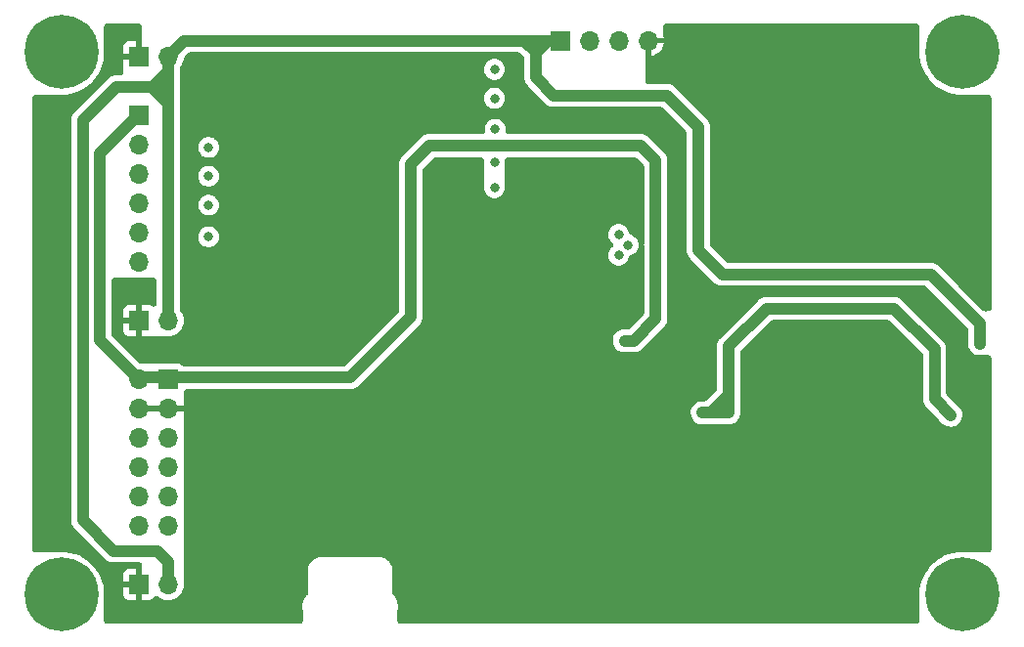
<source format=gbr>
%TF.GenerationSoftware,KiCad,Pcbnew,7.0.10*%
%TF.CreationDate,2024-02-02T00:24:17+07:00*%
%TF.ProjectId,PICO_ADC_Test,5049434f-5f41-4444-935f-546573742e6b,R0.1*%
%TF.SameCoordinates,PX72ade90PY75c75e0*%
%TF.FileFunction,Copper,L3,Inr*%
%TF.FilePolarity,Positive*%
%FSLAX46Y46*%
G04 Gerber Fmt 4.6, Leading zero omitted, Abs format (unit mm)*
G04 Created by KiCad (PCBNEW 7.0.10) date 2024-02-02 00:24:17*
%MOMM*%
%LPD*%
G01*
G04 APERTURE LIST*
%TA.AperFunction,ComponentPad*%
%ADD10R,1.700000X1.700000*%
%TD*%
%TA.AperFunction,ComponentPad*%
%ADD11O,1.700000X1.700000*%
%TD*%
%TA.AperFunction,ComponentPad*%
%ADD12C,0.800000*%
%TD*%
%TA.AperFunction,ComponentPad*%
%ADD13C,6.400000*%
%TD*%
%TA.AperFunction,ViaPad*%
%ADD14C,0.800000*%
%TD*%
%TA.AperFunction,Conductor*%
%ADD15C,1.000000*%
%TD*%
%TA.AperFunction,Conductor*%
%ADD16C,0.500000*%
%TD*%
G04 APERTURE END LIST*
D10*
%TO.N,+5V*%
%TO.C,J4*%
X46700000Y51500000D03*
D11*
%TO.N,SWCLK*%
X49240000Y51500000D03*
%TO.N,SWDIO*%
X51780000Y51500000D03*
%TO.N,GND*%
X54320000Y51500000D03*
%TD*%
D10*
%TO.N,GND*%
%TO.C,J2*%
X10210000Y27250000D03*
D11*
%TO.N,+5V*%
X12750000Y27250000D03*
%TD*%
D12*
%TO.N,N/C*%
%TO.C,REF\u002A\u002A*%
X79100000Y3500000D03*
X79802944Y5197056D03*
X79802944Y1802944D03*
X81500000Y5900000D03*
D13*
X81500000Y3500000D03*
D12*
X81500000Y1100000D03*
X83197056Y5197056D03*
X83197056Y1802944D03*
X83900000Y3500000D03*
%TD*%
D10*
%TO.N,+3.3V*%
%TO.C,J3*%
X10210000Y45030000D03*
D11*
%TO.N,GND*%
X10210000Y42490000D03*
%TO.N,GPIO17*%
X10210000Y39950000D03*
%TO.N,GPIO16*%
X10210000Y37410000D03*
%TO.N,GPIO12*%
X10210000Y34870000D03*
%TO.N,GPIO11*%
X10210000Y32330000D03*
%TD*%
D12*
%TO.N,N/C*%
%TO.C,REF\u002A\u002A*%
X1100000Y3500000D03*
X1802944Y5197056D03*
X1802944Y1802944D03*
X3500000Y5900000D03*
D13*
X3500000Y3500000D03*
D12*
X3500000Y1100000D03*
X5197056Y5197056D03*
X5197056Y1802944D03*
X5900000Y3500000D03*
%TD*%
%TO.N,N/C*%
%TO.C,REF\u002A\u002A*%
X1100000Y50500000D03*
X1802944Y52197056D03*
X1802944Y48802944D03*
X3500000Y52900000D03*
D13*
X3500000Y50500000D03*
D12*
X3500000Y48100000D03*
X5197056Y52197056D03*
X5197056Y48802944D03*
X5900000Y50500000D03*
%TD*%
D10*
%TO.N,GND*%
%TO.C,J5*%
X10210000Y50120000D03*
D11*
%TO.N,+5V*%
X12750000Y50120000D03*
%TD*%
D10*
%TO.N,GND*%
%TO.C,J7*%
X10210000Y4390000D03*
D11*
%TO.N,+5V*%
X12750000Y4390000D03*
%TD*%
D12*
%TO.N,N/C*%
%TO.C,REF\u002A\u002A*%
X79100000Y50500000D03*
X79802944Y52197056D03*
X79802944Y48802944D03*
X81500000Y52900000D03*
D13*
X81500000Y50500000D03*
D12*
X81500000Y48100000D03*
X83197056Y52197056D03*
X83197056Y48802944D03*
X83900000Y50500000D03*
%TD*%
D10*
%TO.N,+3.3V*%
%TO.C,J6*%
X12750000Y22170000D03*
D11*
X10210000Y22170000D03*
%TO.N,GND*%
X12750000Y19630000D03*
X10210000Y19630000D03*
%TO.N,GPIO21*%
X12750000Y17090000D03*
%TO.N,GPIO28*%
X10210000Y17090000D03*
%TO.N,GPIO20*%
X12750000Y14550000D03*
%TO.N,GPIO27*%
X10210000Y14550000D03*
%TO.N,GPIO19*%
X12750000Y12010000D03*
%TO.N,GPIO26*%
X10210000Y12010000D03*
%TO.N,GPIO18*%
X12750000Y9470000D03*
%TO.N,GPIO22*%
X10210000Y9470000D03*
%TD*%
D14*
%TO.N,GND*%
X59500000Y13000000D03*
X1500000Y10690000D03*
X83500000Y38630000D03*
X63500000Y42250000D03*
X56500000Y32500000D03*
X57250000Y16000000D03*
X83500000Y28470000D03*
X83500000Y41170000D03*
X21750000Y50000000D03*
X74500000Y26750000D03*
X52750000Y27500000D03*
X70040000Y1500000D03*
X59250000Y16000000D03*
X26000000Y28500000D03*
X1500000Y38630000D03*
X66000000Y7000000D03*
X30750000Y10500000D03*
X60250000Y52500000D03*
X63750000Y44250000D03*
X77750000Y48250000D03*
X49500000Y17250000D03*
X72580000Y1500000D03*
X30750000Y33500000D03*
X61250000Y17750000D03*
X45250000Y32250000D03*
X42750000Y34750000D03*
X74250000Y37500000D03*
X64000000Y52500000D03*
X55750000Y3000000D03*
X66750000Y29750000D03*
X83500000Y31010000D03*
X1500000Y33550000D03*
X1500000Y23390000D03*
X64000000Y50750000D03*
X83500000Y43710000D03*
X21750000Y1500000D03*
X74250000Y40500000D03*
X51250000Y9500000D03*
X71500000Y45750000D03*
X35250000Y46250000D03*
X83500000Y17500000D03*
X49500000Y1500000D03*
X73000000Y16750000D03*
X26250000Y20750000D03*
X52750000Y5750000D03*
X58150000Y6000000D03*
X69500000Y11750000D03*
X21750000Y20750000D03*
X35000000Y1500000D03*
X43000000Y37250000D03*
X66000000Y9250000D03*
X1500000Y46250000D03*
X83500000Y33550000D03*
X30750000Y46250000D03*
X51250000Y15512500D03*
X78250000Y18750000D03*
X77250000Y1500000D03*
X78000000Y7750000D03*
X76750000Y46500000D03*
X56750000Y52500000D03*
X30750000Y37500000D03*
X1500000Y31010000D03*
X63750000Y29750000D03*
X57250000Y7912500D03*
X54500000Y48500000D03*
X1500000Y13230000D03*
X58150000Y3750000D03*
X61500000Y11250000D03*
X81000000Y25250000D03*
X51000000Y3000000D03*
X1500000Y25930000D03*
X26000000Y23750000D03*
X50500000Y45250000D03*
X21750000Y38670000D03*
X1500000Y8150000D03*
X50250000Y5750000D03*
X71250000Y29750000D03*
X1500000Y20850000D03*
X75750000Y18750000D03*
X21750000Y47000000D03*
X68250000Y29750000D03*
X75120000Y1500000D03*
X56500000Y34000000D03*
X21750000Y33590000D03*
X66000000Y2500000D03*
X55300000Y17700000D03*
X21750000Y23750000D03*
X83500000Y36090000D03*
X61500000Y13000000D03*
X63750000Y46250000D03*
X57250000Y13000000D03*
X66250000Y42250000D03*
X77000000Y33500000D03*
X26250000Y10500000D03*
X48750000Y25250000D03*
X52750000Y30000000D03*
X30750000Y40750000D03*
X55500000Y5750000D03*
X83500000Y46250000D03*
X30750000Y28500000D03*
X35000000Y5510000D03*
X26000000Y40500000D03*
X76500000Y25000000D03*
X44950000Y37250000D03*
X51250000Y12512500D03*
X83500000Y14960000D03*
X1500000Y15770000D03*
X52750000Y1500000D03*
X64000000Y48750000D03*
X1500000Y36090000D03*
X50500000Y25250000D03*
X79500000Y27250000D03*
X65500000Y11750000D03*
X35000000Y15670000D03*
X73000000Y18750000D03*
X21750000Y5510000D03*
X69750000Y29750000D03*
X71500000Y42000000D03*
X60250000Y43250000D03*
X47000000Y29850000D03*
X47000000Y18250000D03*
X35000000Y10590000D03*
X21750000Y10590000D03*
X54750000Y45250000D03*
X83500000Y7750000D03*
X83500000Y12420000D03*
X52750000Y8250000D03*
X80250000Y46500000D03*
X56500000Y42500000D03*
X30750000Y15750000D03*
X21750000Y43750000D03*
X83500000Y9880000D03*
X21750000Y15670000D03*
X59750000Y1500000D03*
X55750000Y1500000D03*
X80750000Y7750000D03*
X77250000Y52500000D03*
X35000000Y20750000D03*
X30750000Y20750000D03*
X71750000Y26750000D03*
X47000000Y25250000D03*
X56500000Y38500000D03*
X1500000Y28470000D03*
X72000000Y13750000D03*
X66000000Y4750000D03*
X63000000Y17750000D03*
X1500000Y18310000D03*
X52750000Y9500000D03*
X57250000Y17750000D03*
X77000000Y35500000D03*
X73250000Y46500000D03*
X21750000Y28510000D03*
X1500000Y41170000D03*
X61250000Y16000000D03*
X67500000Y1500000D03*
X59250000Y17750000D03*
X1500000Y43710000D03*
X26250000Y15750000D03*
X51250000Y8250000D03*
X65250000Y29750000D03*
X61500000Y28500000D03*
X28500000Y48550000D03*
X56500000Y35500000D03*
X35000000Y23750000D03*
X26000000Y33500000D03*
X43750000Y39400000D03*
%TO.N,+3.3V*%
X54112500Y41937500D03*
X52250000Y25500000D03*
%TO.N,5VVGA*%
X59000000Y19250000D03*
X61250000Y19250000D03*
X80500000Y19050000D03*
%TO.N,+5V*%
X83000000Y25250000D03*
X80500000Y29500000D03*
%TO.N,GPIO21*%
X16250000Y34500000D03*
%TO.N,GPIO18*%
X16250000Y42250000D03*
%TO.N,GPIO19*%
X16250000Y39750000D03*
%TO.N,GPIO11*%
X41000000Y38750000D03*
%TO.N,GPIO12*%
X41000000Y41000000D03*
%TO.N,GPIO20*%
X16250000Y37250000D03*
%TO.N,CS*%
X41050000Y43800000D03*
X51750000Y34700000D03*
%TO.N,SCLK*%
X52550000Y33800000D03*
X41000000Y46500000D03*
%TO.N,MOSI*%
X51750000Y32900000D03*
X40995000Y49000000D03*
%TD*%
D15*
%TO.N,+3.3V*%
X6850000Y41746296D02*
X6850000Y25530000D01*
X10340000Y22300000D02*
X28500000Y22300000D01*
X54950000Y27400000D02*
X53050000Y25500000D01*
X53650000Y42400000D02*
X54950000Y41100000D01*
X10210000Y45030000D02*
X10133704Y45030000D01*
X6850000Y25530000D02*
X10210000Y22170000D01*
X10210000Y22170000D02*
X10340000Y22300000D01*
X28500000Y22300000D02*
X33750000Y27550000D01*
X53050000Y25500000D02*
X52250000Y25500000D01*
X33750000Y27550000D02*
X33750000Y40800000D01*
X54950000Y41100000D02*
X54950000Y27400000D01*
X35350000Y42400000D02*
X53650000Y42400000D01*
X10133704Y45030000D02*
X6850000Y41746296D01*
X33750000Y40800000D02*
X35350000Y42400000D01*
%TO.N,5VVGA*%
X61250000Y19250000D02*
X59000000Y19250000D01*
X79100000Y24750000D02*
X75550000Y28300000D01*
X61250000Y21700000D02*
X61250000Y19250000D01*
D16*
X61250000Y21500000D02*
X61250000Y21700000D01*
D15*
X64550000Y28300000D02*
X61250000Y25000000D01*
X79100000Y20450000D02*
X79100000Y24750000D01*
X59700000Y19250000D02*
X61250000Y20800000D01*
X80500000Y19050000D02*
X79100000Y20450000D01*
X61250000Y25000000D02*
X61250000Y21700000D01*
X75550000Y28300000D02*
X64550000Y28300000D01*
X61250000Y20800000D02*
X61250000Y21500000D01*
X59000000Y19250000D02*
X59700000Y19250000D01*
%TO.N,+5V*%
X44600000Y51500000D02*
X44600000Y50500000D01*
X12750000Y46850000D02*
X12750000Y47500000D01*
X12750000Y6350000D02*
X11800000Y7300000D01*
X8000000Y7300000D02*
X5350000Y9950000D01*
D16*
X44600000Y51500000D02*
X46700000Y51500000D01*
X46700000Y51500000D02*
X45600000Y51500000D01*
D15*
X44650000Y50500000D02*
X45600000Y51450000D01*
X11400000Y47400000D02*
X12750000Y46050000D01*
X83000000Y25250000D02*
X83000000Y27000000D01*
X44600000Y50500000D02*
X44600000Y48300000D01*
X83000000Y27000000D02*
X80500000Y29500000D01*
D16*
X45300000Y51500000D02*
X45350000Y51500000D01*
D15*
X5350000Y9950000D02*
X5350000Y44600000D01*
X12100000Y47500000D02*
X12750000Y46850000D01*
X12100000Y47500000D02*
X12750000Y47500000D01*
D16*
X45600000Y51500000D02*
X45350000Y51500000D01*
D15*
X78750000Y31250000D02*
X80500000Y29500000D01*
X45600000Y51450000D02*
X45600000Y51500000D01*
X58650000Y44000000D02*
X58650000Y33350000D01*
X12750000Y46850000D02*
X12750000Y46050000D01*
D16*
X46700000Y51500000D02*
X45300000Y51500000D01*
D15*
X14130000Y51500000D02*
X12750000Y50120000D01*
X46700000Y51500000D02*
X43600000Y51500000D01*
X11800000Y7300000D02*
X8000000Y7300000D01*
X44600000Y50500000D02*
X43600000Y51500000D01*
X12750000Y48850000D02*
X11400000Y47500000D01*
D16*
X45350000Y51500000D02*
X44600000Y51500000D01*
D15*
X43600000Y51500000D02*
X14130000Y51500000D01*
X12750000Y27250000D02*
X12750000Y46850000D01*
X44600000Y50500000D02*
X44650000Y50500000D01*
X12750000Y50120000D02*
X12750000Y48200000D01*
X58650000Y33350000D02*
X60750000Y31250000D01*
X60750000Y31250000D02*
X78750000Y31250000D01*
X12750000Y4390000D02*
X12750000Y6350000D01*
X5350000Y44600000D02*
X8250000Y47500000D01*
X46150000Y46750000D02*
X55900000Y46750000D01*
D16*
X44600000Y51500000D02*
X45300000Y51500000D01*
D15*
X12750000Y48200000D02*
X12750000Y47500000D01*
X55900000Y46750000D02*
X58650000Y44000000D01*
X11400000Y47500000D02*
X11400000Y47400000D01*
X44600000Y48300000D02*
X46150000Y46750000D01*
X8250000Y47500000D02*
X12100000Y47500000D01*
%TD*%
%TA.AperFunction,Conductor*%
%TO.N,GND*%
G36*
X10296288Y52981046D02*
G01*
X10377070Y52927070D01*
X10431046Y52846288D01*
X10450000Y52751000D01*
X10450000Y51581139D01*
X10434765Y51504549D01*
X10441046Y51495149D01*
X10450000Y51450135D01*
X10450000Y51250000D01*
X10460000Y51250000D01*
X10460000Y50555502D01*
X10352315Y50604680D01*
X10245763Y50620000D01*
X10174237Y50620000D01*
X10067685Y50604680D01*
X9960000Y50555502D01*
X9960000Y51401861D01*
X9971304Y51458695D01*
X9959999Y51470000D01*
X9312167Y51470000D01*
X9252628Y51463599D01*
X9252621Y51463597D01*
X9117912Y51413354D01*
X9002812Y51327190D01*
X9002810Y51327188D01*
X8916646Y51212088D01*
X8866403Y51077379D01*
X8866401Y51077372D01*
X8860000Y51017833D01*
X8860000Y50370001D01*
X8860001Y50370000D01*
X9776314Y50370000D01*
X9750507Y50329844D01*
X9710000Y50191889D01*
X9710000Y50048111D01*
X9750507Y49910156D01*
X9776314Y49870000D01*
X8860001Y49870000D01*
X8860000Y49869999D01*
X8860000Y49572651D01*
X8850000Y49522378D01*
X8850000Y48749500D01*
X8831046Y48654212D01*
X8777070Y48573430D01*
X8696288Y48519454D01*
X8601000Y48500500D01*
X8265825Y48500500D01*
X8259518Y48500580D01*
X8173639Y48502757D01*
X8173630Y48502756D01*
X8120243Y48493188D01*
X8101512Y48490561D01*
X8047566Y48485075D01*
X8047563Y48485075D01*
X8026091Y48478338D01*
X7995488Y48470827D01*
X7973347Y48466859D01*
X7922982Y48446741D01*
X7905165Y48440398D01*
X7853412Y48424160D01*
X7853408Y48424158D01*
X7833741Y48413242D01*
X7805280Y48399725D01*
X7784383Y48391377D01*
X7739096Y48361532D01*
X7722924Y48351735D01*
X7675501Y48325412D01*
X7675495Y48325408D01*
X7658424Y48310753D01*
X7633269Y48291786D01*
X7614481Y48279403D01*
X7614480Y48279402D01*
X7576113Y48241037D01*
X7562245Y48228185D01*
X7521104Y48192865D01*
X7507338Y48175082D01*
X7486510Y48151433D01*
X4653739Y45318661D01*
X4649225Y45314261D01*
X4586946Y45255059D01*
X4586945Y45255058D01*
X4555961Y45210542D01*
X4544574Y45195440D01*
X4510305Y45153412D01*
X4510299Y45153403D01*
X4499879Y45133456D01*
X4483556Y45106514D01*
X4470707Y45088053D01*
X4470702Y45088044D01*
X4449315Y45038208D01*
X4441203Y45021126D01*
X4416091Y44973052D01*
X4409905Y44951430D01*
X4399336Y44921744D01*
X4390459Y44901057D01*
X4390458Y44901056D01*
X4379541Y44847933D01*
X4375033Y44829563D01*
X4360113Y44777419D01*
X4360111Y44777409D01*
X4358402Y44754972D01*
X4354028Y44723781D01*
X4349500Y44701741D01*
X4349500Y44647510D01*
X4348781Y44628603D01*
X4344663Y44574526D01*
X4344663Y44574525D01*
X4347505Y44552208D01*
X4349500Y44520752D01*
X4349500Y9965866D01*
X4349420Y9959559D01*
X4347242Y9873641D01*
X4347243Y9873637D01*
X4356812Y9820240D01*
X4359438Y9801515D01*
X4364925Y9747566D01*
X4371662Y9726092D01*
X4379173Y9695490D01*
X4383141Y9673350D01*
X4383143Y9673344D01*
X4403257Y9622989D01*
X4409602Y9605168D01*
X4425840Y9553413D01*
X4425845Y9553403D01*
X4436757Y9533743D01*
X4450276Y9505277D01*
X4458619Y9484391D01*
X4458626Y9484377D01*
X4488466Y9439101D01*
X4498266Y9422925D01*
X4524591Y9375498D01*
X4539242Y9358432D01*
X4558221Y9333260D01*
X4570596Y9314483D01*
X4608951Y9276127D01*
X4621810Y9262252D01*
X4657135Y9221104D01*
X4657136Y9221103D01*
X4674917Y9207339D01*
X4698572Y9186507D01*
X7281336Y6603744D01*
X7285701Y6599267D01*
X7305999Y6577914D01*
X7344943Y6536945D01*
X7389455Y6505964D01*
X7404561Y6494575D01*
X7446593Y6460302D01*
X7466533Y6449886D01*
X7493483Y6433559D01*
X7511951Y6420705D01*
X7543460Y6407184D01*
X7561793Y6399316D01*
X7578881Y6391201D01*
X7626951Y6366091D01*
X7648580Y6359903D01*
X7678258Y6349337D01*
X7698942Y6340460D01*
X7752085Y6329539D01*
X7770439Y6325034D01*
X7822582Y6310113D01*
X7845013Y6308406D01*
X7876219Y6304030D01*
X7898259Y6299500D01*
X7952491Y6299500D01*
X7971396Y6298782D01*
X8025476Y6294663D01*
X8046180Y6297300D01*
X8047792Y6297505D01*
X8079248Y6299500D01*
X10251000Y6299500D01*
X10346288Y6280546D01*
X10427070Y6226570D01*
X10481046Y6145788D01*
X10500000Y6050500D01*
X10500000Y5883139D01*
X10481046Y5787851D01*
X10460000Y5756353D01*
X10460000Y4825502D01*
X10352315Y4874680D01*
X10245763Y4890000D01*
X10174237Y4890000D01*
X10067685Y4874680D01*
X9960000Y4825502D01*
X9960000Y5739999D01*
X9959999Y5740000D01*
X9312167Y5740000D01*
X9252628Y5733599D01*
X9252621Y5733597D01*
X9117912Y5683354D01*
X9002812Y5597190D01*
X9002810Y5597188D01*
X8916646Y5482088D01*
X8866403Y5347379D01*
X8866401Y5347372D01*
X8860000Y5287833D01*
X8860000Y4640001D01*
X8860001Y4640000D01*
X9776314Y4640000D01*
X9750507Y4599844D01*
X9710000Y4461889D01*
X9710000Y4318111D01*
X9750507Y4180156D01*
X9776314Y4140000D01*
X8860001Y4140000D01*
X8860000Y4139999D01*
X8860000Y3492168D01*
X8866401Y3432629D01*
X8866403Y3432622D01*
X8916646Y3297913D01*
X9002810Y3182813D01*
X9002812Y3182811D01*
X9117912Y3096647D01*
X9252621Y3046404D01*
X9252628Y3046402D01*
X9312167Y3040001D01*
X9312175Y3040000D01*
X9959999Y3040000D01*
X9960000Y3040001D01*
X9960000Y3954499D01*
X10067685Y3905320D01*
X10174237Y3890000D01*
X10245763Y3890000D01*
X10352315Y3905320D01*
X10460000Y3954499D01*
X10460000Y3040001D01*
X10460001Y3040000D01*
X11107825Y3040000D01*
X11107832Y3040001D01*
X11167371Y3046402D01*
X11167378Y3046404D01*
X11302087Y3096647D01*
X11417187Y3182811D01*
X11417189Y3182813D01*
X11514026Y3312169D01*
X11517313Y3309709D01*
X11557897Y3358286D01*
X11643978Y3403333D01*
X11740745Y3412009D01*
X11833466Y3382993D01*
X11874223Y3355177D01*
X11878593Y3351511D01*
X11878599Y3351505D01*
X12072170Y3215965D01*
X12286337Y3116097D01*
X12514592Y3054937D01*
X12514595Y3054937D01*
X12514598Y3054936D01*
X12749995Y3034341D01*
X12750000Y3034341D01*
X12750005Y3034341D01*
X12985401Y3054936D01*
X12985403Y3054937D01*
X12985408Y3054937D01*
X13213663Y3116097D01*
X13427830Y3215965D01*
X13621401Y3351505D01*
X13788495Y3518599D01*
X13924035Y3712170D01*
X14023903Y3926337D01*
X14085063Y4154592D01*
X14096171Y4281565D01*
X14110764Y4331629D01*
X14106606Y4379159D01*
X14106604Y4379202D01*
X14100948Y4443847D01*
X14100000Y4465550D01*
X14100000Y9394452D01*
X14100948Y9416156D01*
X14105659Y9469998D01*
X14105659Y9470004D01*
X14100948Y9523847D01*
X14100000Y9545550D01*
X14100000Y11856781D01*
X14099366Y11858541D01*
X14097546Y11917268D01*
X14105659Y12009996D01*
X14105659Y12010006D01*
X14091993Y12166205D01*
X14100000Y12239323D01*
X14100000Y14474452D01*
X14100948Y14496156D01*
X14105659Y14549998D01*
X14105659Y14550004D01*
X14100948Y14603847D01*
X14100000Y14625550D01*
X14100000Y17014452D01*
X14100948Y17036156D01*
X14105659Y17089998D01*
X14105659Y17090004D01*
X14100948Y17143847D01*
X14100000Y17165550D01*
X14100000Y19199073D01*
X57995630Y19199073D01*
X57995631Y19199053D01*
X58026442Y18997935D01*
X58026443Y18997931D01*
X58026444Y18997929D01*
X58097114Y18807113D01*
X58138332Y18740984D01*
X58204748Y18634428D01*
X58344939Y18486948D01*
X58487789Y18387522D01*
X58511951Y18370705D01*
X58698942Y18290460D01*
X58898259Y18249500D01*
X59684134Y18249500D01*
X59690441Y18249420D01*
X59776361Y18247243D01*
X59776361Y18247244D01*
X59776363Y18247243D01*
X59776364Y18247244D01*
X59788955Y18248202D01*
X59789005Y18247536D01*
X59811094Y18249500D01*
X61218342Y18249500D01*
X61230954Y18249180D01*
X61300936Y18245631D01*
X61370221Y18256246D01*
X61382684Y18257834D01*
X61452438Y18264926D01*
X61458721Y18266898D01*
X61495566Y18275448D01*
X61502071Y18276444D01*
X61567831Y18300800D01*
X61579675Y18304848D01*
X61646588Y18325841D01*
X61652339Y18329034D01*
X61686719Y18344830D01*
X61692887Y18347114D01*
X61752370Y18384192D01*
X61763220Y18390579D01*
X61824502Y18424591D01*
X61829488Y18428873D01*
X61859992Y18451271D01*
X61865569Y18454747D01*
X61865571Y18454748D01*
X61916381Y18503047D01*
X61925731Y18511496D01*
X61978895Y18557134D01*
X61982926Y18562343D01*
X62008276Y18590401D01*
X62013053Y18594941D01*
X62053094Y18652471D01*
X62060562Y18662640D01*
X62103447Y18718041D01*
X62103446Y18718041D01*
X62103448Y18718042D01*
X62106350Y18723958D01*
X62125538Y18756554D01*
X62129295Y18761951D01*
X62156940Y18826373D01*
X62162184Y18837787D01*
X62193060Y18900729D01*
X62194707Y18907095D01*
X62206945Y18942896D01*
X62209540Y18948942D01*
X62223652Y19017619D01*
X62226489Y19029847D01*
X62244063Y19097715D01*
X62244396Y19104289D01*
X62249173Y19141806D01*
X62250500Y19148259D01*
X62250500Y19218343D01*
X62250820Y19230956D01*
X62254369Y19300937D01*
X62253371Y19307453D01*
X62250500Y19345156D01*
X62250500Y20752492D01*
X62251219Y20771399D01*
X62252749Y20791491D01*
X62255337Y20825476D01*
X62252495Y20847794D01*
X62250500Y20879249D01*
X62250500Y24482439D01*
X62269454Y24577727D01*
X62323430Y24658509D01*
X64891491Y27226570D01*
X64972273Y27280546D01*
X65067561Y27299500D01*
X75032439Y27299500D01*
X75127727Y27280546D01*
X75208509Y27226570D01*
X78026570Y24408510D01*
X78080546Y24327728D01*
X78099500Y24232440D01*
X78099500Y20465866D01*
X78099420Y20459559D01*
X78097242Y20373641D01*
X78097243Y20373637D01*
X78106812Y20320240D01*
X78109438Y20301515D01*
X78114925Y20247566D01*
X78121662Y20226092D01*
X78129173Y20195490D01*
X78133141Y20173350D01*
X78133143Y20173344D01*
X78153257Y20122989D01*
X78159602Y20105168D01*
X78175840Y20053413D01*
X78175845Y20053403D01*
X78186757Y20033743D01*
X78200276Y20005277D01*
X78208619Y19984391D01*
X78208626Y19984377D01*
X78238466Y19939101D01*
X78248270Y19922919D01*
X78274591Y19875498D01*
X78289242Y19858432D01*
X78308221Y19833260D01*
X78320596Y19814483D01*
X78358951Y19776127D01*
X78371810Y19762252D01*
X78407135Y19721104D01*
X78407136Y19721103D01*
X78424917Y19707339D01*
X78448571Y19686507D01*
X79500651Y18634429D01*
X79828420Y18306660D01*
X79946593Y18210302D01*
X79946597Y18210300D01*
X80126951Y18116091D01*
X80126958Y18116089D01*
X80322573Y18060115D01*
X80322577Y18060115D01*
X80322582Y18060113D01*
X80525476Y18044663D01*
X80727328Y18070370D01*
X80919872Y18136184D01*
X81095227Y18239410D01*
X81246213Y18375821D01*
X81366649Y18539833D01*
X81448531Y18718042D01*
X81451603Y18724727D01*
X81451603Y18724729D01*
X81451605Y18724732D01*
X81497603Y18922946D01*
X81502757Y19126363D01*
X81466858Y19326653D01*
X81391377Y19515617D01*
X81279402Y19685519D01*
X80173430Y20791491D01*
X80119454Y20872273D01*
X80100500Y20967561D01*
X80100500Y24734151D01*
X80100580Y24740459D01*
X80102757Y24826363D01*
X80093183Y24879775D01*
X80090562Y24898461D01*
X80085074Y24952438D01*
X80078340Y24973901D01*
X80070826Y25004510D01*
X80066858Y25026653D01*
X80066079Y25028603D01*
X80046741Y25077016D01*
X80040395Y25094841D01*
X80026465Y25139238D01*
X80024159Y25146588D01*
X80019505Y25154972D01*
X80013245Y25166251D01*
X79999719Y25194733D01*
X79991378Y25215615D01*
X79991376Y25215620D01*
X79961535Y25260897D01*
X79951729Y25277083D01*
X79925412Y25324498D01*
X79925409Y25324502D01*
X79910757Y25341569D01*
X79891777Y25366741D01*
X79879402Y25385519D01*
X79879401Y25385520D01*
X79841041Y25423881D01*
X79828182Y25437757D01*
X79792870Y25478891D01*
X79792860Y25478900D01*
X79775081Y25492662D01*
X79751427Y25513494D01*
X76268662Y28996258D01*
X76264258Y29000776D01*
X76205058Y29063055D01*
X76160545Y29094036D01*
X76145435Y29105429D01*
X76103414Y29139693D01*
X76103409Y29139697D01*
X76103407Y29139698D01*
X76103404Y29139700D01*
X76103402Y29139701D01*
X76083460Y29150118D01*
X76056509Y29166447D01*
X76038055Y29179291D01*
X76038053Y29179292D01*
X76038049Y29179295D01*
X76037672Y29179457D01*
X75988202Y29200687D01*
X75971116Y29208801D01*
X75962606Y29213246D01*
X75923049Y29233909D01*
X75923048Y29233910D01*
X75923047Y29233910D01*
X75901421Y29240098D01*
X75871735Y29250667D01*
X75851054Y29259542D01*
X75797924Y29270461D01*
X75779555Y29274970D01*
X75727422Y29289887D01*
X75704979Y29291596D01*
X75673773Y29295973D01*
X75651741Y29300500D01*
X75597509Y29300500D01*
X75578603Y29301219D01*
X75553495Y29303131D01*
X75524525Y29305337D01*
X75524524Y29305337D01*
X75502208Y29302495D01*
X75470752Y29300500D01*
X64565866Y29300500D01*
X64559559Y29300580D01*
X64473641Y29302758D01*
X64473637Y29302757D01*
X64420241Y29293188D01*
X64401516Y29290562D01*
X64347564Y29285075D01*
X64347554Y29285073D01*
X64326079Y29278336D01*
X64295491Y29270828D01*
X64273347Y29266859D01*
X64222965Y29246735D01*
X64205153Y29240394D01*
X64153411Y29224159D01*
X64133750Y29213246D01*
X64105286Y29199728D01*
X64084384Y29191379D01*
X64084371Y29191372D01*
X64039087Y29161528D01*
X64022918Y29151731D01*
X63975497Y29125409D01*
X63975494Y29125406D01*
X63958416Y29110746D01*
X63933267Y29091783D01*
X63914479Y29079400D01*
X63914477Y29079398D01*
X63876120Y29041043D01*
X63862252Y29028191D01*
X63821104Y28992866D01*
X63807330Y28975072D01*
X63786504Y28951426D01*
X60553739Y25718661D01*
X60549225Y25714261D01*
X60486946Y25655059D01*
X60486945Y25655058D01*
X60455961Y25610542D01*
X60444574Y25595440D01*
X60410305Y25553412D01*
X60410299Y25553403D01*
X60399879Y25533456D01*
X60383556Y25506514D01*
X60370707Y25488053D01*
X60370702Y25488044D01*
X60349315Y25438208D01*
X60341203Y25421126D01*
X60316091Y25373052D01*
X60309905Y25351430D01*
X60299336Y25321744D01*
X60290459Y25301057D01*
X60290458Y25301056D01*
X60279541Y25247933D01*
X60275033Y25229563D01*
X60260113Y25177419D01*
X60260111Y25177409D01*
X60258402Y25154972D01*
X60254028Y25123781D01*
X60249500Y25101741D01*
X60249500Y25047510D01*
X60248781Y25028603D01*
X60244663Y24974526D01*
X60244663Y24974525D01*
X60247505Y24952208D01*
X60249500Y24920752D01*
X60249500Y21317560D01*
X60230546Y21222272D01*
X60176570Y21141491D01*
X59358511Y20323431D01*
X59277729Y20269454D01*
X59182441Y20250500D01*
X58949258Y20250500D01*
X58949253Y20250500D01*
X58949239Y20250499D01*
X58797566Y20235076D01*
X58603405Y20174157D01*
X58425495Y20075409D01*
X58271107Y19942870D01*
X58146549Y19781954D01*
X58056941Y19599276D01*
X58056940Y19599272D01*
X58005937Y19402287D01*
X58005936Y19402278D01*
X57995630Y19199073D01*
X14100000Y19199073D01*
X14100000Y19380000D01*
X13183686Y19380000D01*
X13209493Y19420156D01*
X13250000Y19558111D01*
X13250000Y19701889D01*
X13209493Y19839844D01*
X13183686Y19880000D01*
X14100000Y19880000D01*
X14100000Y21050500D01*
X14118954Y21145788D01*
X14172930Y21226570D01*
X14253712Y21280546D01*
X14349000Y21299500D01*
X28484134Y21299500D01*
X28490441Y21299420D01*
X28576360Y21297243D01*
X28576360Y21297244D01*
X28576363Y21297243D01*
X28629751Y21306813D01*
X28648462Y21309438D01*
X28702438Y21314926D01*
X28723892Y21321658D01*
X28754511Y21329174D01*
X28776653Y21333142D01*
X28827047Y21353273D01*
X28844811Y21359597D01*
X28896588Y21375841D01*
X28916251Y21386756D01*
X28944732Y21400281D01*
X28947744Y21401485D01*
X28965617Y21408623D01*
X29010908Y21438473D01*
X29027073Y21448267D01*
X29074502Y21474591D01*
X29091575Y21489249D01*
X29116734Y21508219D01*
X29135519Y21520598D01*
X29173875Y21558955D01*
X29187738Y21571804D01*
X29228895Y21607134D01*
X29242661Y21624920D01*
X29263486Y21648567D01*
X34446294Y26831376D01*
X34450730Y26835700D01*
X34513053Y26894941D01*
X34544036Y26939459D01*
X34555423Y26954560D01*
X34589698Y26996593D01*
X34600113Y27016533D01*
X34616448Y27043494D01*
X34619980Y27048568D01*
X34629295Y27061951D01*
X34650680Y27111787D01*
X34658791Y27128867D01*
X34683909Y27176951D01*
X34690094Y27198570D01*
X34700672Y27228280D01*
X34705260Y27238970D01*
X34709540Y27248942D01*
X34720459Y27302082D01*
X34724968Y27320450D01*
X34739884Y27372575D01*
X34739884Y27372576D01*
X34739886Y27372582D01*
X34741593Y27395009D01*
X34745970Y27426220D01*
X34750500Y27448259D01*
X34750500Y27502494D01*
X34751219Y27521402D01*
X34755337Y27575476D01*
X34752495Y27597795D01*
X34750500Y27629249D01*
X34750500Y32900000D01*
X50844540Y32900000D01*
X50864325Y32711745D01*
X50878072Y32669437D01*
X50922821Y32531716D01*
X50922822Y32531715D01*
X51017469Y32367781D01*
X51132626Y32239887D01*
X51144129Y32227112D01*
X51258984Y32143665D01*
X51297271Y32115848D01*
X51470189Y32038859D01*
X51470192Y32038858D01*
X51470197Y32038856D01*
X51655354Y31999500D01*
X51844645Y31999500D01*
X51844646Y31999500D01*
X52029803Y32038856D01*
X52041438Y32044036D01*
X52202728Y32115848D01*
X52202728Y32115849D01*
X52202730Y32115849D01*
X52355871Y32227112D01*
X52482533Y32367784D01*
X52577179Y32531716D01*
X52635674Y32711744D01*
X52636743Y32721919D01*
X52665550Y32814700D01*
X52727673Y32889399D01*
X52813652Y32934638D01*
X52828156Y32938322D01*
X52829796Y32938855D01*
X52829803Y32938856D01*
X52978741Y33005168D01*
X53002728Y33015848D01*
X53002728Y33015849D01*
X53002730Y33015849D01*
X53155871Y33127112D01*
X53282533Y33267784D01*
X53377179Y33431716D01*
X53435674Y33611744D01*
X53452864Y33775302D01*
X53459765Y33797527D01*
X53452864Y33824700D01*
X53435674Y33988256D01*
X53412957Y34058170D01*
X53377179Y34168284D01*
X53282533Y34332216D01*
X53282531Y34332219D01*
X53282530Y34332220D01*
X53155873Y34472886D01*
X53155872Y34472887D01*
X53155871Y34472888D01*
X53079300Y34528520D01*
X53002728Y34584153D01*
X52829808Y34661142D01*
X52829806Y34661143D01*
X52829803Y34661144D01*
X52829799Y34661145D01*
X52817385Y34665179D01*
X52817929Y34666855D01*
X52743341Y34698902D01*
X52675548Y34768495D01*
X52639548Y34858734D01*
X52636745Y34878064D01*
X52635674Y34888256D01*
X52577179Y35068284D01*
X52482533Y35232216D01*
X52482531Y35232219D01*
X52482530Y35232220D01*
X52355873Y35372886D01*
X52355872Y35372887D01*
X52355871Y35372888D01*
X52279300Y35428520D01*
X52202728Y35484153D01*
X52029810Y35561142D01*
X52029796Y35561146D01*
X51844646Y35600500D01*
X51655354Y35600500D01*
X51470203Y35561146D01*
X51470189Y35561142D01*
X51297271Y35484153D01*
X51144126Y35372886D01*
X51017469Y35232220D01*
X50922822Y35068286D01*
X50864325Y34888256D01*
X50844540Y34700000D01*
X50864325Y34511745D01*
X50893573Y34421730D01*
X50922821Y34331716D01*
X51017467Y34167784D01*
X51017469Y34167781D01*
X51116164Y34058170D01*
X51144129Y34027112D01*
X51179457Y34001445D01*
X51245406Y33930101D01*
X51279033Y33838951D01*
X51275218Y33741871D01*
X51234543Y33653641D01*
X51179457Y33598555D01*
X51144126Y33572886D01*
X51017469Y33432220D01*
X50922822Y33268286D01*
X50864325Y33088256D01*
X50844540Y32900000D01*
X34750500Y32900000D01*
X34750500Y40282439D01*
X34769454Y40377727D01*
X34823430Y40458509D01*
X35691491Y41326570D01*
X35772273Y41380546D01*
X35867561Y41399500D01*
X39851000Y41399500D01*
X39946288Y41380546D01*
X40027070Y41326570D01*
X40081046Y41245788D01*
X40100000Y41150500D01*
X40100000Y41065000D01*
X40098636Y41038974D01*
X40097647Y41029563D01*
X40094540Y41000000D01*
X40096914Y40977409D01*
X40098636Y40961030D01*
X40100000Y40935002D01*
X40100000Y38815000D01*
X40098636Y38788974D01*
X40094540Y38750002D01*
X40094540Y38750001D01*
X40114325Y38561745D01*
X40142175Y38476035D01*
X40172821Y38381716D01*
X40230740Y38281397D01*
X40267469Y38217781D01*
X40394126Y38077115D01*
X40394129Y38077112D01*
X40508984Y37993665D01*
X40547271Y37965848D01*
X40720189Y37888859D01*
X40720192Y37888858D01*
X40720197Y37888856D01*
X40905354Y37849500D01*
X41094645Y37849500D01*
X41094646Y37849500D01*
X41279803Y37888856D01*
X41452730Y37965849D01*
X41605871Y38077112D01*
X41732533Y38217784D01*
X41827179Y38381716D01*
X41885674Y38561744D01*
X41898601Y38684744D01*
X41908846Y38717739D01*
X41906823Y38736994D01*
X41906818Y38737071D01*
X41905459Y38749998D01*
X41905460Y38750000D01*
X41901364Y38788974D01*
X41900000Y38815000D01*
X41900000Y40935002D01*
X41901364Y40961029D01*
X41905460Y41000001D01*
X41905460Y41000002D01*
X41892378Y41124474D01*
X41901268Y41221221D01*
X41946505Y41307202D01*
X42021203Y41369326D01*
X42113988Y41398136D01*
X42140014Y41399500D01*
X53132439Y41399500D01*
X53227727Y41380546D01*
X53308509Y41326570D01*
X53876570Y40758509D01*
X53930546Y40677727D01*
X53949500Y40582439D01*
X53949500Y33850727D01*
X53940991Y33807954D01*
X53949500Y33749274D01*
X53949500Y27917560D01*
X53930546Y27822272D01*
X53876570Y27741490D01*
X52708510Y26573430D01*
X52627728Y26519454D01*
X52532440Y26500500D01*
X52199258Y26500500D01*
X52199253Y26500500D01*
X52199239Y26500499D01*
X52047566Y26485076D01*
X51853405Y26424157D01*
X51675495Y26325409D01*
X51521107Y26192870D01*
X51396549Y26031954D01*
X51306941Y25849276D01*
X51306940Y25849272D01*
X51255937Y25652287D01*
X51255936Y25652278D01*
X51245630Y25449073D01*
X51245631Y25449053D01*
X51276442Y25247935D01*
X51276443Y25247933D01*
X51276444Y25247929D01*
X51347114Y25057113D01*
X51366096Y25026659D01*
X51454748Y24884428D01*
X51594939Y24736948D01*
X51736437Y24638463D01*
X51761951Y24620705D01*
X51948942Y24540460D01*
X52148259Y24499500D01*
X53034134Y24499500D01*
X53040441Y24499420D01*
X53126360Y24497243D01*
X53126360Y24497244D01*
X53126363Y24497243D01*
X53179751Y24506813D01*
X53198462Y24509438D01*
X53252438Y24514926D01*
X53273892Y24521658D01*
X53304511Y24529174D01*
X53326653Y24533142D01*
X53377047Y24553273D01*
X53394811Y24559597D01*
X53446588Y24575841D01*
X53466251Y24586756D01*
X53494732Y24600281D01*
X53497744Y24601485D01*
X53515617Y24608623D01*
X53560908Y24638473D01*
X53577073Y24648267D01*
X53624502Y24674591D01*
X53641575Y24689249D01*
X53666734Y24708219D01*
X53685519Y24720598D01*
X53723875Y24758955D01*
X53737738Y24771804D01*
X53778895Y24807134D01*
X53792666Y24824926D01*
X53813485Y24848566D01*
X55646313Y26681394D01*
X55650750Y26685719D01*
X55713053Y26744941D01*
X55744036Y26789457D01*
X55755417Y26804551D01*
X55789698Y26846593D01*
X55800112Y26866533D01*
X55816443Y26893488D01*
X55829295Y26911951D01*
X55850686Y26961800D01*
X55858791Y26978868D01*
X55883909Y27026951D01*
X55890094Y27048570D01*
X55900666Y27078265D01*
X55909540Y27098942D01*
X55920458Y27152076D01*
X55924967Y27170441D01*
X55939886Y27222579D01*
X55939885Y27222579D01*
X55939887Y27222582D01*
X55941595Y27245018D01*
X55945975Y27276241D01*
X55950499Y27298254D01*
X55950500Y27298260D01*
X55950500Y27352492D01*
X55951219Y27371399D01*
X55953137Y27396588D01*
X55955337Y27425477D01*
X55952495Y27447795D01*
X55950500Y27479250D01*
X55950500Y41084136D01*
X55950580Y41090443D01*
X55952757Y41176360D01*
X55952756Y41176361D01*
X55952757Y41176363D01*
X55943184Y41229771D01*
X55940562Y41248463D01*
X55935074Y41302438D01*
X55928338Y41323905D01*
X55920824Y41354520D01*
X55916858Y41376652D01*
X55911984Y41388855D01*
X55896740Y41427019D01*
X55890396Y41444839D01*
X55874161Y41496581D01*
X55874159Y41496588D01*
X55863241Y41516258D01*
X55849725Y41544718D01*
X55841378Y41565617D01*
X55811526Y41610911D01*
X55801730Y41627081D01*
X55775409Y41674503D01*
X55763757Y41688075D01*
X55760752Y41691575D01*
X55741777Y41716741D01*
X55729401Y41735520D01*
X55691047Y41773874D01*
X55678188Y41787750D01*
X55642870Y41828891D01*
X55642868Y41828893D01*
X55642866Y41828895D01*
X55625077Y41842665D01*
X55601423Y41863497D01*
X54368662Y43096258D01*
X54364258Y43100776D01*
X54305058Y43163055D01*
X54260545Y43194036D01*
X54245435Y43205429D01*
X54203414Y43239693D01*
X54203409Y43239697D01*
X54203407Y43239698D01*
X54203404Y43239700D01*
X54203402Y43239701D01*
X54183460Y43250118D01*
X54156509Y43266447D01*
X54138055Y43279291D01*
X54138053Y43279292D01*
X54138049Y43279295D01*
X54137672Y43279457D01*
X54088202Y43300687D01*
X54071116Y43308801D01*
X54041714Y43324159D01*
X54023049Y43333909D01*
X54023048Y43333910D01*
X54023047Y43333910D01*
X54001421Y43340098D01*
X53971735Y43350667D01*
X53951054Y43359542D01*
X53897924Y43370461D01*
X53879555Y43374970D01*
X53827422Y43389887D01*
X53804979Y43391596D01*
X53773773Y43395973D01*
X53751741Y43400500D01*
X53697509Y43400500D01*
X53678603Y43401219D01*
X53653495Y43403131D01*
X53624525Y43405337D01*
X53624524Y43405337D01*
X53602208Y43402495D01*
X53570752Y43400500D01*
X42190014Y43400500D01*
X42094726Y43419454D01*
X42013944Y43473430D01*
X41959968Y43554212D01*
X41941014Y43649500D01*
X41942378Y43675526D01*
X41955460Y43799999D01*
X41955460Y43800000D01*
X41935674Y43988256D01*
X41934950Y43990483D01*
X41877179Y44168284D01*
X41782533Y44332216D01*
X41782531Y44332219D01*
X41782530Y44332220D01*
X41655873Y44472886D01*
X41655872Y44472887D01*
X41655871Y44472888D01*
X41546696Y44552208D01*
X41502728Y44584153D01*
X41329810Y44661142D01*
X41329796Y44661146D01*
X41144646Y44700500D01*
X40955354Y44700500D01*
X40770203Y44661146D01*
X40770189Y44661142D01*
X40597271Y44584153D01*
X40444126Y44472886D01*
X40317469Y44332220D01*
X40222822Y44168286D01*
X40164325Y43988256D01*
X40144540Y43800000D01*
X40144540Y43799999D01*
X40157622Y43675526D01*
X40148732Y43578779D01*
X40103495Y43492798D01*
X40028797Y43430674D01*
X39936012Y43401864D01*
X39909986Y43400500D01*
X35365866Y43400500D01*
X35359559Y43400580D01*
X35273640Y43402758D01*
X35273636Y43402757D01*
X35220239Y43393188D01*
X35201514Y43390562D01*
X35147566Y43385075D01*
X35147562Y43385075D01*
X35126087Y43378337D01*
X35095495Y43370829D01*
X35073353Y43366860D01*
X35073348Y43366858D01*
X35022971Y43346737D01*
X35005170Y43340400D01*
X34993442Y43336720D01*
X34953409Y43324159D01*
X34953408Y43324158D01*
X34933742Y43313243D01*
X34905282Y43299727D01*
X34884385Y43291380D01*
X34884384Y43291379D01*
X34839089Y43261528D01*
X34822916Y43251730D01*
X34775504Y43225414D01*
X34775494Y43225406D01*
X34758416Y43210746D01*
X34733267Y43191783D01*
X34714479Y43179400D01*
X34714477Y43179398D01*
X34676120Y43141043D01*
X34662252Y43128191D01*
X34621104Y43092866D01*
X34607330Y43075072D01*
X34586504Y43051426D01*
X33053739Y41518661D01*
X33049225Y41514261D01*
X32986946Y41455059D01*
X32986945Y41455058D01*
X32955961Y41410542D01*
X32944574Y41395440D01*
X32910305Y41353412D01*
X32910299Y41353403D01*
X32899879Y41333456D01*
X32883556Y41306514D01*
X32870707Y41288053D01*
X32870702Y41288044D01*
X32849315Y41238208D01*
X32841203Y41221126D01*
X32816091Y41173052D01*
X32809905Y41151430D01*
X32799336Y41121744D01*
X32790459Y41101057D01*
X32790458Y41101056D01*
X32779541Y41047933D01*
X32775033Y41029563D01*
X32760113Y40977419D01*
X32760111Y40977409D01*
X32758402Y40954972D01*
X32754028Y40923781D01*
X32749500Y40901741D01*
X32749500Y40847510D01*
X32748781Y40828603D01*
X32744663Y40774526D01*
X32744663Y40774525D01*
X32747505Y40752208D01*
X32749500Y40720752D01*
X32749500Y28067561D01*
X32730546Y27972273D01*
X32676570Y27891491D01*
X28158510Y23373430D01*
X28077728Y23319454D01*
X27982440Y23300500D01*
X14137731Y23300500D01*
X14042443Y23319454D01*
X13961661Y23373430D01*
X13957548Y23377543D01*
X13957546Y23377546D01*
X13842331Y23463796D01*
X13735123Y23503782D01*
X13707481Y23514092D01*
X13647873Y23520500D01*
X11852134Y23520500D01*
X11852130Y23520500D01*
X11852128Y23520499D01*
X11828283Y23517936D01*
X11792514Y23514091D01*
X11777363Y23510510D01*
X11776982Y23512119D01*
X11709815Y23500000D01*
X10495909Y23500000D01*
X10452674Y23503782D01*
X10445402Y23505065D01*
X10365226Y23512079D01*
X10271952Y23539266D01*
X10210859Y23584061D01*
X7923430Y25871490D01*
X7869454Y25952272D01*
X7850500Y26047560D01*
X7850500Y30701000D01*
X7869454Y30796288D01*
X7923430Y30877070D01*
X8004212Y30931046D01*
X8099500Y30950000D01*
X11500500Y30950000D01*
X11595788Y30931046D01*
X11676570Y30877070D01*
X11730546Y30796288D01*
X11749500Y30701000D01*
X11749500Y28705864D01*
X11730546Y28610576D01*
X11676570Y28529794D01*
X11595788Y28475818D01*
X11500500Y28456864D01*
X11405212Y28475818D01*
X11351280Y28506529D01*
X11302089Y28543353D01*
X11167378Y28593597D01*
X11167371Y28593599D01*
X11107832Y28600000D01*
X10460001Y28600000D01*
X10460000Y28599999D01*
X10460000Y27685502D01*
X10352315Y27734680D01*
X10245763Y27750000D01*
X10174237Y27750000D01*
X10067685Y27734680D01*
X9960000Y27685502D01*
X9960000Y28599999D01*
X9959999Y28600000D01*
X9312167Y28600000D01*
X9252628Y28593599D01*
X9252621Y28593597D01*
X9117912Y28543354D01*
X9002812Y28457190D01*
X9002810Y28457188D01*
X8916646Y28342088D01*
X8866403Y28207379D01*
X8866401Y28207372D01*
X8860000Y28147833D01*
X8860000Y27500001D01*
X8860001Y27500000D01*
X9776314Y27500000D01*
X9750507Y27459844D01*
X9710000Y27321889D01*
X9710000Y27178111D01*
X9750507Y27040156D01*
X9776314Y27000000D01*
X8860001Y27000000D01*
X8860000Y26999999D01*
X8860000Y26352168D01*
X8866401Y26292629D01*
X8866403Y26292622D01*
X8916646Y26157913D01*
X9002810Y26042813D01*
X9002812Y26042811D01*
X9117912Y25956647D01*
X9252621Y25906404D01*
X9252628Y25906402D01*
X9312167Y25900001D01*
X9312175Y25900000D01*
X9959999Y25900000D01*
X9960000Y25900001D01*
X9960000Y26814499D01*
X10067685Y26765320D01*
X10174237Y26750000D01*
X10245763Y26750000D01*
X10352315Y26765320D01*
X10460000Y26814499D01*
X10460000Y25900001D01*
X10460001Y25900000D01*
X12674452Y25900000D01*
X12696152Y25899053D01*
X12715999Y25897316D01*
X12749997Y25894341D01*
X12750000Y25894341D01*
X12750005Y25894341D01*
X12985401Y25914936D01*
X12985403Y25914937D01*
X12985408Y25914937D01*
X13213663Y25976097D01*
X13427830Y26075965D01*
X13621401Y26211505D01*
X13788495Y26378599D01*
X13924035Y26572170D01*
X14023903Y26786337D01*
X14085063Y27014592D01*
X14085064Y27014599D01*
X14105659Y27249995D01*
X14105659Y27250006D01*
X14085064Y27485402D01*
X14085063Y27485405D01*
X14085063Y27485408D01*
X14023903Y27713663D01*
X13924035Y27927829D01*
X13892915Y27972273D01*
X13795531Y28111353D01*
X13756402Y28200280D01*
X13750500Y28254173D01*
X13750500Y34500000D01*
X15344540Y34500000D01*
X15364325Y34311745D01*
X15393573Y34221730D01*
X15422821Y34131716D01*
X15483214Y34027112D01*
X15517469Y33967781D01*
X15640174Y33831504D01*
X15644129Y33827112D01*
X15715441Y33775301D01*
X15797271Y33715848D01*
X15970189Y33638859D01*
X15970192Y33638858D01*
X15970197Y33638856D01*
X16155354Y33599500D01*
X16344645Y33599500D01*
X16344646Y33599500D01*
X16529803Y33638856D01*
X16563011Y33653641D01*
X16702728Y33715848D01*
X16702728Y33715849D01*
X16702730Y33715849D01*
X16855871Y33827112D01*
X16982533Y33967784D01*
X17077179Y34131716D01*
X17135674Y34311744D01*
X17155460Y34500000D01*
X17135674Y34688256D01*
X17077179Y34868284D01*
X16982533Y35032216D01*
X16982531Y35032219D01*
X16982530Y35032220D01*
X16855873Y35172886D01*
X16855872Y35172887D01*
X16855871Y35172888D01*
X16774207Y35232220D01*
X16702728Y35284153D01*
X16529810Y35361142D01*
X16529796Y35361146D01*
X16344646Y35400500D01*
X16155354Y35400500D01*
X15970203Y35361146D01*
X15970189Y35361142D01*
X15797271Y35284153D01*
X15644126Y35172886D01*
X15517469Y35032220D01*
X15422822Y34868286D01*
X15364325Y34688256D01*
X15344540Y34500000D01*
X13750500Y34500000D01*
X13750500Y37250000D01*
X15344540Y37250000D01*
X15364325Y37061745D01*
X15393573Y36971730D01*
X15422821Y36881716D01*
X15517467Y36717784D01*
X15517469Y36717781D01*
X15625168Y36598170D01*
X15644129Y36577112D01*
X15697138Y36538599D01*
X15797271Y36465848D01*
X15970189Y36388859D01*
X15970192Y36388858D01*
X15970197Y36388856D01*
X16155354Y36349500D01*
X16344645Y36349500D01*
X16344646Y36349500D01*
X16529803Y36388856D01*
X16702730Y36465849D01*
X16855871Y36577112D01*
X16982533Y36717784D01*
X17077179Y36881716D01*
X17135674Y37061744D01*
X17155460Y37250000D01*
X17135674Y37438256D01*
X17077179Y37618284D01*
X16982533Y37782216D01*
X16982531Y37782219D01*
X16982530Y37782220D01*
X16855873Y37922886D01*
X16855872Y37922887D01*
X16855871Y37922888D01*
X16779300Y37978520D01*
X16702728Y38034153D01*
X16529810Y38111142D01*
X16529796Y38111146D01*
X16344646Y38150500D01*
X16155354Y38150500D01*
X15970203Y38111146D01*
X15970189Y38111142D01*
X15797271Y38034153D01*
X15644126Y37922886D01*
X15517469Y37782220D01*
X15422822Y37618286D01*
X15364325Y37438256D01*
X15344540Y37250000D01*
X13750500Y37250000D01*
X13750500Y39750000D01*
X15344540Y39750000D01*
X15364325Y39561745D01*
X15388826Y39486340D01*
X15422821Y39381716D01*
X15499099Y39249599D01*
X15517469Y39217781D01*
X15607057Y39118284D01*
X15644129Y39077112D01*
X15744234Y39004382D01*
X15797271Y38965848D01*
X15970189Y38888859D01*
X15970192Y38888858D01*
X15970197Y38888856D01*
X16155354Y38849500D01*
X16344645Y38849500D01*
X16344646Y38849500D01*
X16529803Y38888856D01*
X16702730Y38965849D01*
X16855871Y39077112D01*
X16982533Y39217784D01*
X17077179Y39381716D01*
X17135674Y39561744D01*
X17155460Y39750000D01*
X17135674Y39938256D01*
X17077179Y40118284D01*
X16982533Y40282216D01*
X16982531Y40282219D01*
X16982530Y40282220D01*
X16855873Y40422886D01*
X16855872Y40422887D01*
X16855871Y40422888D01*
X16779300Y40478520D01*
X16702728Y40534153D01*
X16529810Y40611142D01*
X16529796Y40611146D01*
X16344646Y40650500D01*
X16155354Y40650500D01*
X15970203Y40611146D01*
X15970189Y40611142D01*
X15797271Y40534153D01*
X15644126Y40422886D01*
X15517469Y40282220D01*
X15423902Y40120157D01*
X15422821Y40118284D01*
X15410449Y40080208D01*
X15364325Y39938256D01*
X15344540Y39750000D01*
X13750500Y39750000D01*
X13750500Y42250000D01*
X15344540Y42250000D01*
X15364325Y42061745D01*
X15382659Y42005320D01*
X15422821Y41881716D01*
X15517467Y41717784D01*
X15517469Y41717781D01*
X15644126Y41577115D01*
X15644129Y41577112D01*
X15754960Y41496589D01*
X15797271Y41465848D01*
X15970189Y41388859D01*
X15970192Y41388858D01*
X15970197Y41388856D01*
X16155354Y41349500D01*
X16344645Y41349500D01*
X16344646Y41349500D01*
X16529803Y41388856D01*
X16609355Y41424275D01*
X16702728Y41465848D01*
X16702728Y41465849D01*
X16702730Y41465849D01*
X16855871Y41577112D01*
X16982533Y41717784D01*
X17077179Y41881716D01*
X17135674Y42061744D01*
X17155460Y42250000D01*
X17135674Y42438256D01*
X17077179Y42618284D01*
X16982533Y42782216D01*
X16982531Y42782219D01*
X16982530Y42782220D01*
X16855873Y42922886D01*
X16855872Y42922887D01*
X16855871Y42922888D01*
X16763499Y42990000D01*
X16702728Y43034153D01*
X16529810Y43111142D01*
X16529796Y43111146D01*
X16344646Y43150500D01*
X16155354Y43150500D01*
X15970203Y43111146D01*
X15970189Y43111142D01*
X15797271Y43034153D01*
X15644126Y42922886D01*
X15517469Y42782220D01*
X15422822Y42618286D01*
X15364325Y42438256D01*
X15344540Y42250000D01*
X13750500Y42250000D01*
X13750500Y46034176D01*
X13750580Y46040483D01*
X13752756Y46126360D01*
X13751797Y46138950D01*
X13752462Y46139001D01*
X13750500Y46161087D01*
X13750500Y46500000D01*
X40094540Y46500000D01*
X40114325Y46311745D01*
X40143573Y46221730D01*
X40172821Y46131716D01*
X40267467Y45967784D01*
X40267469Y45967781D01*
X40381446Y45841198D01*
X40394129Y45827112D01*
X40486344Y45760114D01*
X40547271Y45715848D01*
X40720189Y45638859D01*
X40720192Y45638858D01*
X40720197Y45638856D01*
X40905354Y45599500D01*
X41094645Y45599500D01*
X41094646Y45599500D01*
X41279803Y45638856D01*
X41452730Y45715849D01*
X41605871Y45827112D01*
X41732533Y45967784D01*
X41827179Y46131716D01*
X41885674Y46311744D01*
X41905460Y46500000D01*
X41885674Y46688256D01*
X41827179Y46868284D01*
X41732533Y47032216D01*
X41732531Y47032219D01*
X41732530Y47032220D01*
X41605873Y47172886D01*
X41605872Y47172887D01*
X41605871Y47172888D01*
X41529300Y47228520D01*
X41452728Y47284153D01*
X41279810Y47361142D01*
X41279796Y47361146D01*
X41094646Y47400500D01*
X40905354Y47400500D01*
X40720203Y47361146D01*
X40720189Y47361142D01*
X40547271Y47284153D01*
X40394126Y47172886D01*
X40267469Y47032220D01*
X40172822Y46868286D01*
X40114325Y46688256D01*
X40094540Y46500000D01*
X13750500Y46500000D01*
X13750500Y46834136D01*
X13750580Y46840443D01*
X13752757Y46926360D01*
X13751798Y46938951D01*
X13752463Y46939002D01*
X13750500Y46961092D01*
X13750500Y47468343D01*
X13750820Y47480956D01*
X13754369Y47550937D01*
X13753371Y47557453D01*
X13750500Y47595156D01*
X13750500Y48802494D01*
X13751219Y48821402D01*
X13755337Y48875476D01*
X13752495Y48897795D01*
X13750500Y48929249D01*
X13750500Y49000000D01*
X40089540Y49000000D01*
X40109325Y48811745D01*
X40129550Y48749500D01*
X40167821Y48631716D01*
X40247800Y48493188D01*
X40262469Y48467781D01*
X40331264Y48391377D01*
X40389129Y48327112D01*
X40494244Y48250742D01*
X40542271Y48215848D01*
X40715189Y48138859D01*
X40715192Y48138858D01*
X40715197Y48138856D01*
X40900354Y48099500D01*
X41089645Y48099500D01*
X41089646Y48099500D01*
X41274803Y48138856D01*
X41328115Y48162592D01*
X41447728Y48215848D01*
X41447728Y48215849D01*
X41447730Y48215849D01*
X41600871Y48327112D01*
X41727533Y48467784D01*
X41822179Y48631716D01*
X41880674Y48811744D01*
X41900460Y49000000D01*
X41880674Y49188256D01*
X41822179Y49368284D01*
X41727533Y49532216D01*
X41727531Y49532219D01*
X41727530Y49532220D01*
X41600873Y49672886D01*
X41600872Y49672887D01*
X41600871Y49672888D01*
X41522852Y49729572D01*
X41447728Y49784153D01*
X41274810Y49861142D01*
X41274796Y49861146D01*
X41089646Y49900500D01*
X40900354Y49900500D01*
X40715203Y49861146D01*
X40715189Y49861142D01*
X40542271Y49784153D01*
X40389126Y49672886D01*
X40262469Y49532220D01*
X40262467Y49532216D01*
X40167821Y49368284D01*
X40152651Y49321597D01*
X40109325Y49188256D01*
X40089540Y49000000D01*
X13750500Y49000000D01*
X13750500Y49115828D01*
X13769454Y49211116D01*
X13795527Y49258642D01*
X13924035Y49442170D01*
X14023903Y49656337D01*
X14085063Y49884592D01*
X14092078Y49964777D01*
X14119264Y50058046D01*
X14164057Y50119138D01*
X14471491Y50426570D01*
X14552273Y50480546D01*
X14647560Y50499500D01*
X43082439Y50499500D01*
X43177727Y50480546D01*
X43258509Y50426570D01*
X43526570Y50158509D01*
X43580546Y50077727D01*
X43599500Y49982439D01*
X43599500Y48315866D01*
X43599420Y48309559D01*
X43597242Y48223641D01*
X43597243Y48223637D01*
X43606812Y48170240D01*
X43609438Y48151515D01*
X43614925Y48097566D01*
X43621662Y48076092D01*
X43629173Y48045490D01*
X43633141Y48023350D01*
X43633143Y48023344D01*
X43653257Y47972989D01*
X43659602Y47955168D01*
X43675840Y47903413D01*
X43675845Y47903403D01*
X43686757Y47883743D01*
X43700276Y47855277D01*
X43708619Y47834391D01*
X43708626Y47834377D01*
X43738466Y47789101D01*
X43748266Y47772925D01*
X43763226Y47745973D01*
X43774591Y47725498D01*
X43789242Y47708432D01*
X43808221Y47683260D01*
X43820596Y47664483D01*
X43858951Y47626127D01*
X43871810Y47612252D01*
X43907135Y47571104D01*
X43907136Y47571103D01*
X43924917Y47557339D01*
X43948572Y47536507D01*
X45431337Y46053743D01*
X45435702Y46049266D01*
X45494941Y45986947D01*
X45494943Y45986945D01*
X45539455Y45955964D01*
X45554561Y45944575D01*
X45596593Y45910302D01*
X45616533Y45899886D01*
X45643483Y45883559D01*
X45661951Y45870705D01*
X45693460Y45857184D01*
X45711793Y45849316D01*
X45728881Y45841201D01*
X45776951Y45816091D01*
X45798580Y45809903D01*
X45828258Y45799337D01*
X45848942Y45790460D01*
X45902085Y45779539D01*
X45920439Y45775034D01*
X45972582Y45760113D01*
X45995013Y45758406D01*
X46026219Y45754030D01*
X46048259Y45749500D01*
X46102491Y45749500D01*
X46121396Y45748782D01*
X46175476Y45744663D01*
X46196180Y45747300D01*
X46197792Y45747505D01*
X46229248Y45749500D01*
X55382439Y45749500D01*
X55477727Y45730546D01*
X55558509Y45676570D01*
X57576570Y43658509D01*
X57630546Y43577727D01*
X57649500Y43482439D01*
X57649500Y33365866D01*
X57649420Y33359559D01*
X57647242Y33273641D01*
X57647243Y33273637D01*
X57656812Y33220240D01*
X57659438Y33201515D01*
X57664925Y33147566D01*
X57671662Y33126092D01*
X57679173Y33095490D01*
X57683141Y33073350D01*
X57683143Y33073344D01*
X57703257Y33022989D01*
X57709602Y33005168D01*
X57725840Y32953413D01*
X57725845Y32953403D01*
X57736757Y32933743D01*
X57750276Y32905277D01*
X57758619Y32884391D01*
X57758626Y32884377D01*
X57788466Y32839101D01*
X57798266Y32822925D01*
X57824591Y32775498D01*
X57839242Y32758432D01*
X57858221Y32733260D01*
X57870596Y32714483D01*
X57908951Y32676127D01*
X57921810Y32662252D01*
X57957134Y32621105D01*
X57974915Y32607341D01*
X57998569Y32586510D01*
X60031355Y30553724D01*
X60035720Y30549247D01*
X60094941Y30486947D01*
X60126387Y30465060D01*
X60139458Y30455962D01*
X60154548Y30444585D01*
X60196592Y30410303D01*
X60216528Y30399890D01*
X60243484Y30383559D01*
X60261951Y30370705D01*
X60311805Y30349311D01*
X60328880Y30341202D01*
X60376951Y30316091D01*
X60398577Y30309904D01*
X60428264Y30299334D01*
X60448942Y30290460D01*
X60502092Y30279539D01*
X60520446Y30275033D01*
X60572582Y30260114D01*
X60595009Y30258407D01*
X60626221Y30254029D01*
X60648259Y30249500D01*
X60702493Y30249500D01*
X60721400Y30248782D01*
X60775476Y30244663D01*
X60795992Y30247276D01*
X60797792Y30247505D01*
X60829248Y30249500D01*
X78232439Y30249500D01*
X78327727Y30230546D01*
X78408509Y30176570D01*
X79720598Y28864481D01*
X80856184Y27728895D01*
X81926570Y26658510D01*
X81980546Y26577728D01*
X81999500Y26482440D01*
X81999500Y25199266D01*
X81999501Y25199240D01*
X82014925Y25047567D01*
X82014924Y25047567D01*
X82045868Y24948942D01*
X82067581Y24879737D01*
X82075843Y24853406D01*
X82174591Y24675496D01*
X82307130Y24521108D01*
X82307134Y24521105D01*
X82468042Y24396552D01*
X82468045Y24396551D01*
X82468046Y24396550D01*
X82650724Y24306942D01*
X82650725Y24306942D01*
X82650729Y24306940D01*
X82847715Y24255937D01*
X82936624Y24251429D01*
X83050927Y24245631D01*
X83050930Y24245632D01*
X83050936Y24245631D01*
X83055636Y24246352D01*
X83060716Y24247129D01*
X83098420Y24250000D01*
X83751000Y24250000D01*
X83846288Y24231046D01*
X83927070Y24177070D01*
X83981046Y24096288D01*
X84000000Y24001000D01*
X84000000Y7449000D01*
X83981046Y7353712D01*
X83927070Y7272930D01*
X83846288Y7218954D01*
X83751000Y7200000D01*
X81612957Y7200000D01*
X81599926Y7200341D01*
X81500000Y7205578D01*
X81112662Y7185278D01*
X81112656Y7185278D01*
X81112654Y7185277D01*
X80729571Y7124603D01*
X80729567Y7124603D01*
X80729567Y7124602D01*
X80675650Y7110155D01*
X80354913Y7024214D01*
X79992804Y6885214D01*
X79647215Y6709128D01*
X79647210Y6709125D01*
X79321914Y6497876D01*
X79020490Y6253787D01*
X78746213Y5979510D01*
X78502124Y5678086D01*
X78290875Y5352790D01*
X78290872Y5352785D01*
X78114786Y5007196D01*
X77980601Y4657630D01*
X77975786Y4645087D01*
X77876548Y4274723D01*
X77875397Y4270429D01*
X77814723Y3887346D01*
X77814722Y3887338D01*
X77798736Y3582313D01*
X77794422Y3500000D01*
X77799659Y3400074D01*
X77800000Y3387043D01*
X77800000Y1249000D01*
X77781046Y1153712D01*
X77727070Y1072930D01*
X77646288Y1018954D01*
X77551000Y1000000D01*
X32849000Y1000000D01*
X32753712Y1018954D01*
X32672930Y1072930D01*
X32618954Y1153712D01*
X32600000Y1249000D01*
X32600000Y2193690D01*
X32607621Y2254821D01*
X32611132Y2268688D01*
X32611134Y2268695D01*
X32617675Y2347645D01*
X32618834Y2358638D01*
X32629298Y2440346D01*
X32628624Y2456209D01*
X32629251Y2487346D01*
X32630300Y2500000D01*
X32623455Y2582599D01*
X32622831Y2592574D01*
X32620760Y2641328D01*
X32619180Y2678532D01*
X32616616Y2690429D01*
X32611878Y2722320D01*
X32611134Y2731305D01*
X32589868Y2815277D01*
X32587862Y2823842D01*
X32568954Y2911581D01*
X32565799Y2919433D01*
X32555459Y2951159D01*
X32554158Y2956295D01*
X32554157Y2956300D01*
X32524427Y3024078D01*
X32517903Y3038952D01*
X32514887Y3046131D01*
X32480065Y3132787D01*
X32480064Y3132790D01*
X32477565Y3136848D01*
X32461570Y3167376D01*
X32460924Y3168849D01*
X32409550Y3247484D01*
X32405976Y3253119D01*
X32355073Y3335790D01*
X32355072Y3335792D01*
X32354369Y3336590D01*
X32340331Y3355049D01*
X32340304Y3355027D01*
X32333982Y3363150D01*
X32311987Y3387043D01*
X32267830Y3435010D01*
X32264149Y3439101D01*
X32212082Y3498261D01*
X32163356Y3582313D01*
X32150000Y3662768D01*
X32150000Y5237418D01*
X32158485Y5301866D01*
X32161207Y5312023D01*
X32161768Y5318437D01*
X32167064Y5352143D01*
X32167748Y5355144D01*
X32169191Y5361463D01*
X32172813Y5442132D01*
X32173510Y5452660D01*
X32180277Y5530000D01*
X32179388Y5540153D01*
X32178692Y5573020D01*
X32179290Y5586330D01*
X32168950Y5662654D01*
X32167647Y5674354D01*
X32161207Y5747977D01*
X32157599Y5761439D01*
X32151366Y5792470D01*
X32149075Y5809387D01*
X32126429Y5879080D01*
X32122733Y5891560D01*
X32122156Y5893712D01*
X32104575Y5959330D01*
X32097090Y5975381D01*
X32085953Y6003654D01*
X32079517Y6023464D01*
X32046566Y6084697D01*
X32040170Y6097447D01*
X32012103Y6157636D01*
X32012099Y6157642D01*
X31999802Y6175204D01*
X31984498Y6200038D01*
X31972855Y6221675D01*
X31972852Y6221681D01*
X31931837Y6273112D01*
X31922544Y6285540D01*
X31916155Y6294664D01*
X31905338Y6310113D01*
X31886597Y6336879D01*
X31868768Y6354708D01*
X31850164Y6375526D01*
X31832508Y6397666D01*
X31806139Y6420704D01*
X31785786Y6438486D01*
X31773558Y6449918D01*
X31731876Y6491599D01*
X31731877Y6491599D01*
X31708162Y6508203D01*
X31687154Y6524658D01*
X31662996Y6545765D01*
X31662994Y6545767D01*
X31612952Y6575665D01*
X31597850Y6585445D01*
X31552639Y6617102D01*
X31552637Y6617103D01*
X31552635Y6617105D01*
X31522997Y6630925D01*
X31500523Y6642838D01*
X31469763Y6661216D01*
X31418690Y6680384D01*
X31400953Y6687835D01*
X31354332Y6709575D01*
X31319110Y6719013D01*
X31296073Y6726403D01*
X31259028Y6740306D01*
X31259019Y6740308D01*
X31209020Y6749383D01*
X31189054Y6753862D01*
X31142977Y6766207D01*
X31142976Y6766208D01*
X31142969Y6766209D01*
X31102928Y6769712D01*
X31080179Y6772764D01*
X31072984Y6774070D01*
X31037547Y6780500D01*
X31037544Y6780500D01*
X30990479Y6780500D01*
X30968780Y6781447D01*
X30941937Y6783796D01*
X30925000Y6785277D01*
X30924999Y6785277D01*
X30877284Y6781103D01*
X30870692Y6780667D01*
X30814936Y6775650D01*
X30814326Y6775596D01*
X30703864Y6765931D01*
X30700815Y6765378D01*
X30690544Y6762544D01*
X30677603Y6758972D01*
X30611365Y6750000D01*
X26386244Y6750000D01*
X26321801Y6758484D01*
X26296071Y6765378D01*
X26292977Y6766207D01*
X26292976Y6766208D01*
X26292973Y6766208D01*
X26252928Y6769712D01*
X26230179Y6772764D01*
X26222984Y6774070D01*
X26187547Y6780500D01*
X26187544Y6780500D01*
X26140479Y6780500D01*
X26118780Y6781447D01*
X26091937Y6783796D01*
X26075000Y6785277D01*
X26074999Y6785277D01*
X26027284Y6781103D01*
X26020692Y6780667D01*
X25964936Y6775650D01*
X25964326Y6775596D01*
X25853864Y6765931D01*
X25850815Y6765378D01*
X25747774Y6736941D01*
X25745980Y6736454D01*
X25645622Y6709564D01*
X25639250Y6707528D01*
X25633832Y6705495D01*
X25540888Y6660737D01*
X25538093Y6659413D01*
X25447355Y6617100D01*
X25440704Y6613260D01*
X25435593Y6610559D01*
X25431032Y6607833D01*
X25350606Y6549401D01*
X25347072Y6546880D01*
X25268123Y6491600D01*
X25259803Y6484617D01*
X25259432Y6485059D01*
X25257145Y6483105D01*
X25257343Y6482879D01*
X25248920Y6475520D01*
X25182782Y6406347D01*
X25178881Y6402358D01*
X25113402Y6336878D01*
X25106416Y6328552D01*
X25106229Y6328709D01*
X25099189Y6320126D01*
X25093369Y6312828D01*
X25072060Y6280546D01*
X25042707Y6236080D01*
X25038888Y6230463D01*
X24987900Y6157644D01*
X24985052Y6152710D01*
X24970504Y6126694D01*
X24969364Y6124968D01*
X24934687Y6043839D01*
X24931398Y6036477D01*
X24895423Y5959328D01*
X24895423Y5959326D01*
X24894725Y5956721D01*
X24883189Y5923354D01*
X24880897Y5917992D01*
X24862094Y5835615D01*
X24859855Y5826587D01*
X24838794Y5747981D01*
X24838791Y5747968D01*
X24838230Y5741550D01*
X24832940Y5707874D01*
X24830809Y5698536D01*
X24830807Y5698525D01*
X24827186Y5617885D01*
X24826490Y5607359D01*
X24819723Y5530000D01*
X24819723Y5529997D01*
X24820611Y5519838D01*
X24821307Y5487001D01*
X24820709Y5473681D01*
X24820710Y5473670D01*
X24831048Y5397344D01*
X24832353Y5385626D01*
X24838791Y5312030D01*
X24838793Y5312023D01*
X24841517Y5301855D01*
X24850000Y5237417D01*
X24850000Y3660169D01*
X24831046Y3564881D01*
X24784179Y3491508D01*
X24779567Y3486499D01*
X24768683Y3475395D01*
X24719883Y3428623D01*
X24701643Y3403962D01*
X24684653Y3383394D01*
X24666021Y3363154D01*
X24666017Y3363149D01*
X24628770Y3306138D01*
X24620515Y3294271D01*
X24578125Y3236954D01*
X24578115Y3236938D01*
X24565974Y3212859D01*
X24552102Y3188789D01*
X24539076Y3168850D01*
X24539075Y3168848D01*
X24510226Y3103082D01*
X24504541Y3091012D01*
X24470793Y3024078D01*
X24463976Y3001817D01*
X24453924Y2974724D01*
X24445843Y2956301D01*
X24427302Y2883091D01*
X24424010Y2871315D01*
X24400983Y2796123D01*
X24400983Y2796122D01*
X24398497Y2776710D01*
X24392898Y2747231D01*
X24388865Y2731307D01*
X24388865Y2731304D01*
X24382326Y2652391D01*
X24381160Y2641328D01*
X24370702Y2559662D01*
X24370702Y2559658D01*
X24371375Y2543781D01*
X24370750Y2512681D01*
X24369700Y2500001D01*
X24376541Y2417428D01*
X24377167Y2407440D01*
X24380819Y2321470D01*
X24383385Y2309565D01*
X24388120Y2277690D01*
X24388865Y2268695D01*
X24392380Y2254818D01*
X24400000Y2193689D01*
X24400000Y1249000D01*
X24381046Y1153712D01*
X24327070Y1072930D01*
X24246288Y1018954D01*
X24151000Y1000000D01*
X7449000Y1000000D01*
X7353712Y1018954D01*
X7272930Y1072930D01*
X7218954Y1153712D01*
X7200000Y1249000D01*
X7200000Y3387043D01*
X7200341Y3400074D01*
X7201837Y3428623D01*
X7205578Y3500000D01*
X7185278Y3887338D01*
X7124602Y4270433D01*
X7024214Y4645087D01*
X6885214Y5007194D01*
X6709125Y5352789D01*
X6557458Y5586336D01*
X6497875Y5678086D01*
X6253786Y5979510D01*
X6253785Y5979511D01*
X6253781Y5979516D01*
X5979516Y6253781D01*
X5955648Y6273109D01*
X5678085Y6497876D01*
X5352789Y6709125D01*
X5352784Y6709128D01*
X5007195Y6885214D01*
X4794799Y6966745D01*
X4645087Y7024214D01*
X4270433Y7124602D01*
X4270429Y7124603D01*
X4270428Y7124603D01*
X3887344Y7185277D01*
X3887345Y7185277D01*
X3887343Y7185278D01*
X3887338Y7185278D01*
X3500000Y7205578D01*
X3499999Y7205578D01*
X3400074Y7200341D01*
X3387043Y7200000D01*
X1249000Y7200000D01*
X1153712Y7218954D01*
X1072930Y7272930D01*
X1018954Y7353712D01*
X1000000Y7449000D01*
X1000000Y46551000D01*
X1018954Y46646288D01*
X1072930Y46727070D01*
X1153712Y46781046D01*
X1249000Y46800000D01*
X3387043Y46800000D01*
X3400074Y46799659D01*
X3500000Y46794422D01*
X3887338Y46814722D01*
X4270433Y46875398D01*
X4645087Y46975786D01*
X5007194Y47114786D01*
X5352789Y47290875D01*
X5678084Y47502124D01*
X5979516Y47746219D01*
X6253781Y48020484D01*
X6497876Y48321916D01*
X6709125Y48647211D01*
X6885214Y48992806D01*
X7024214Y49354913D01*
X7124602Y49729567D01*
X7185278Y50112662D01*
X7205578Y50500000D01*
X7200341Y50599928D01*
X7200000Y50612959D01*
X7200000Y52751000D01*
X7218954Y52846288D01*
X7272930Y52927070D01*
X7353712Y52981046D01*
X7449000Y53000000D01*
X10201000Y53000000D01*
X10296288Y52981046D01*
G37*
%TD.AperFunction*%
%TA.AperFunction,Conductor*%
G36*
X12290507Y19839844D02*
G01*
X12250000Y19701889D01*
X12250000Y19558111D01*
X12290507Y19420156D01*
X12316314Y19380000D01*
X10643686Y19380000D01*
X10669493Y19420156D01*
X10710000Y19558111D01*
X10710000Y19701889D01*
X10669493Y19839844D01*
X10643686Y19880000D01*
X12316314Y19880000D01*
X12290507Y19839844D01*
G37*
%TD.AperFunction*%
%TA.AperFunction,Conductor*%
G36*
X77646288Y52981046D02*
G01*
X77727070Y52927070D01*
X77781046Y52846288D01*
X77800000Y52751000D01*
X77800000Y50612959D01*
X77799659Y50599928D01*
X77794422Y50500000D01*
X77814722Y50112662D01*
X77814722Y50112657D01*
X77814723Y50112655D01*
X77854558Y49861142D01*
X77875398Y49729567D01*
X77975786Y49354913D01*
X78016596Y49248599D01*
X78114786Y48992805D01*
X78290872Y48647216D01*
X78290875Y48647211D01*
X78502124Y48321915D01*
X78743903Y48023344D01*
X78746219Y48020484D01*
X79020484Y47746219D01*
X79020489Y47746215D01*
X79020490Y47746214D01*
X79321914Y47502125D01*
X79321916Y47502124D01*
X79647211Y47290875D01*
X79992806Y47114786D01*
X80354913Y46975786D01*
X80729567Y46875398D01*
X81112662Y46814722D01*
X81500000Y46794422D01*
X81599926Y46799659D01*
X81612957Y46800000D01*
X83751000Y46800000D01*
X83846288Y46781046D01*
X83927070Y46727070D01*
X83981046Y46646288D01*
X84000000Y46551000D01*
X84000000Y28299000D01*
X83981046Y28203712D01*
X83927070Y28122930D01*
X83846288Y28068954D01*
X83751000Y28050000D01*
X83468061Y28050000D01*
X83372773Y28068954D01*
X83291991Y28122930D01*
X81171580Y30243340D01*
X79468662Y31946258D01*
X79464258Y31950776D01*
X79405058Y32013055D01*
X79360545Y32044036D01*
X79345435Y32055429D01*
X79303414Y32089693D01*
X79303409Y32089697D01*
X79303407Y32089698D01*
X79303404Y32089700D01*
X79303402Y32089701D01*
X79283460Y32100118D01*
X79256509Y32116447D01*
X79238055Y32129291D01*
X79238053Y32129292D01*
X79238049Y32129295D01*
X79237672Y32129457D01*
X79188202Y32150687D01*
X79171116Y32158801D01*
X79123047Y32183910D01*
X79101421Y32190098D01*
X79071735Y32200667D01*
X79051054Y32209542D01*
X78997924Y32220461D01*
X78979555Y32224970D01*
X78927422Y32239887D01*
X78904979Y32241596D01*
X78873773Y32245973D01*
X78851741Y32250500D01*
X78797509Y32250500D01*
X78778603Y32251219D01*
X78753495Y32253131D01*
X78724525Y32255337D01*
X78724524Y32255337D01*
X78702208Y32252495D01*
X78670752Y32250500D01*
X61267561Y32250500D01*
X61172273Y32269454D01*
X61091491Y32323430D01*
X59723430Y33691491D01*
X59669454Y33772273D01*
X59650500Y33867561D01*
X59650500Y43984176D01*
X59650580Y43990483D01*
X59652756Y44076361D01*
X59652755Y44076362D01*
X59652756Y44076363D01*
X59643186Y44129754D01*
X59640563Y44148459D01*
X59635074Y44202438D01*
X59628336Y44223912D01*
X59620825Y44254517D01*
X59616858Y44276653D01*
X59596735Y44327029D01*
X59590398Y44344828D01*
X59574159Y44396588D01*
X59563245Y44416251D01*
X59549719Y44444733D01*
X59541378Y44465615D01*
X59541376Y44465620D01*
X59511535Y44510897D01*
X59501729Y44527083D01*
X59475412Y44574498D01*
X59475409Y44574502D01*
X59460757Y44591569D01*
X59441777Y44616741D01*
X59429402Y44635519D01*
X59417411Y44647510D01*
X59391041Y44673881D01*
X59378182Y44687757D01*
X59342870Y44728891D01*
X59342860Y44728900D01*
X59325081Y44742662D01*
X59301427Y44763494D01*
X56618662Y47446258D01*
X56614258Y47450776D01*
X56555058Y47513055D01*
X56510545Y47544036D01*
X56495435Y47555429D01*
X56453414Y47589693D01*
X56453409Y47589697D01*
X56453407Y47589698D01*
X56453404Y47589700D01*
X56453402Y47589701D01*
X56433460Y47600118D01*
X56406509Y47616447D01*
X56388055Y47629291D01*
X56388053Y47629292D01*
X56388049Y47629295D01*
X56387672Y47629457D01*
X56338202Y47650687D01*
X56321116Y47658801D01*
X56273047Y47683910D01*
X56251421Y47690098D01*
X56221735Y47700667D01*
X56201054Y47709542D01*
X56147924Y47720461D01*
X56129555Y47724970D01*
X56077422Y47739887D01*
X56054979Y47741596D01*
X56023773Y47745973D01*
X56001741Y47750500D01*
X55947509Y47750500D01*
X55928603Y47751219D01*
X55903495Y47753131D01*
X55874525Y47755337D01*
X55874524Y47755337D01*
X55852208Y47752495D01*
X55820752Y47750500D01*
X54299000Y47750500D01*
X54203712Y47769454D01*
X54122930Y47823430D01*
X54068954Y47904212D01*
X54050000Y47999500D01*
X54050000Y50031226D01*
X54068954Y50126514D01*
X54070000Y50128080D01*
X54070000Y51064499D01*
X54177685Y51015320D01*
X54284237Y51000000D01*
X54355763Y51000000D01*
X54462315Y51015320D01*
X54570000Y51064499D01*
X54570000Y50169365D01*
X54783488Y50226569D01*
X54997576Y50326400D01*
X55191076Y50461890D01*
X55358110Y50628924D01*
X55493600Y50822424D01*
X55593433Y51036515D01*
X55593433Y51036517D01*
X55650636Y51249999D01*
X55650636Y51250000D01*
X54753686Y51250000D01*
X54779493Y51290156D01*
X54820000Y51428111D01*
X54820000Y51571889D01*
X54779493Y51709844D01*
X54753686Y51750000D01*
X55650636Y51750000D01*
X55650635Y51750001D01*
X55608484Y51907314D01*
X55600000Y51971760D01*
X55600000Y52751000D01*
X55618954Y52846288D01*
X55672930Y52927070D01*
X55753712Y52981046D01*
X55849000Y53000000D01*
X77551000Y53000000D01*
X77646288Y52981046D01*
G37*
%TD.AperFunction*%
%TD*%
M02*

</source>
